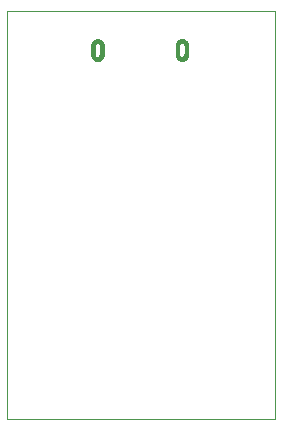
<source format=gbr>
G04 #@! TF.GenerationSoftware,KiCad,Pcbnew,(5.1.5)-3*
G04 #@! TF.CreationDate,2021-07-19T22:44:49-05:00*
G04 #@! TF.ProjectId,STM32QFN28Breakout,53544d33-3251-4464-9e32-38427265616b,rev?*
G04 #@! TF.SameCoordinates,Original*
G04 #@! TF.FileFunction,Paste,Bot*
G04 #@! TF.FilePolarity,Positive*
%FSLAX46Y46*%
G04 Gerber Fmt 4.6, Leading zero omitted, Abs format (unit mm)*
G04 Created by KiCad (PCBNEW (5.1.5)-3) date 2021-07-19 22:44:49*
%MOMM*%
%LPD*%
G04 APERTURE LIST*
%ADD10C,0.050000*%
%ADD11C,0.001000*%
%ADD12C,0.100000*%
G04 APERTURE END LIST*
D10*
X200693020Y-76370180D02*
X200693020Y-110929420D01*
X223405700Y-76377800D02*
X200693020Y-76370180D01*
X223405700Y-110975140D02*
X223405700Y-76377800D01*
X200693020Y-110929420D02*
X223405700Y-110975140D01*
D11*
G36*
X215728980Y-79700120D02*
G01*
X215728980Y-80100120D01*
X215728672Y-80111896D01*
X215727747Y-80123639D01*
X215726210Y-80135318D01*
X215724063Y-80146900D01*
X215721313Y-80158354D01*
X215717968Y-80169649D01*
X215714036Y-80180753D01*
X215709528Y-80191636D01*
X215704456Y-80202268D01*
X215698836Y-80212620D01*
X215692681Y-80222664D01*
X215686009Y-80232372D01*
X215678838Y-80241717D01*
X215671188Y-80250674D01*
X215663079Y-80259219D01*
X215654534Y-80267328D01*
X215645577Y-80274978D01*
X215636232Y-80282149D01*
X215626524Y-80288821D01*
X215616480Y-80294976D01*
X215606128Y-80300596D01*
X215595496Y-80305668D01*
X215584613Y-80310176D01*
X215573509Y-80314108D01*
X215562214Y-80317453D01*
X215550760Y-80320203D01*
X215539178Y-80322350D01*
X215527499Y-80323887D01*
X215515756Y-80324812D01*
X215503980Y-80325120D01*
X215492204Y-80324812D01*
X215480461Y-80323887D01*
X215468782Y-80322350D01*
X215457200Y-80320203D01*
X215445746Y-80317453D01*
X215434451Y-80314108D01*
X215423347Y-80310176D01*
X215412464Y-80305668D01*
X215401832Y-80300596D01*
X215391480Y-80294976D01*
X215381436Y-80288821D01*
X215371728Y-80282149D01*
X215362383Y-80274978D01*
X215353426Y-80267328D01*
X215344881Y-80259219D01*
X215336772Y-80250674D01*
X215329122Y-80241717D01*
X215321951Y-80232372D01*
X215315279Y-80222664D01*
X215309124Y-80212620D01*
X215303504Y-80202268D01*
X215298432Y-80191636D01*
X215293924Y-80180753D01*
X215289992Y-80169649D01*
X215286647Y-80158354D01*
X215283897Y-80146900D01*
X215281750Y-80135318D01*
X215280213Y-80123639D01*
X215279288Y-80111896D01*
X215278980Y-80100120D01*
X215278980Y-79700120D01*
X214978980Y-79700120D01*
X214978980Y-80055120D01*
X214978601Y-80087183D01*
X214979853Y-80115844D01*
X214982602Y-80144400D01*
X214986843Y-80172773D01*
X214992562Y-80200885D01*
X214999745Y-80228659D01*
X215008372Y-80256019D01*
X215018418Y-80282890D01*
X215029858Y-80309199D01*
X215042658Y-80334873D01*
X215056785Y-80359841D01*
X215072199Y-80384037D01*
X215088858Y-80407392D01*
X215106717Y-80429843D01*
X215125726Y-80451329D01*
X215145834Y-80471791D01*
X215166984Y-80491172D01*
X215189121Y-80509420D01*
X215212182Y-80526484D01*
X215236104Y-80542318D01*
X215260823Y-80556878D01*
X215286269Y-80570125D01*
X215312374Y-80582022D01*
X215339066Y-80592536D01*
X215366271Y-80601639D01*
X215393916Y-80609305D01*
X215421924Y-80615515D01*
X215450218Y-80620249D01*
X215478722Y-80623497D01*
X215503980Y-80625120D01*
X215531456Y-80624401D01*
X215558857Y-80622244D01*
X215586108Y-80618656D01*
X215613134Y-80613647D01*
X215639860Y-80607231D01*
X215666214Y-80599425D01*
X215692123Y-80590250D01*
X215717517Y-80579731D01*
X215742325Y-80567898D01*
X215766480Y-80554783D01*
X215789915Y-80540422D01*
X215812567Y-80524854D01*
X215834373Y-80508122D01*
X215855274Y-80490271D01*
X215875211Y-80471351D01*
X215894131Y-80451414D01*
X215911982Y-80430513D01*
X215928714Y-80408707D01*
X215944282Y-80386055D01*
X215958643Y-80362620D01*
X215971758Y-80338465D01*
X215983591Y-80313657D01*
X215994110Y-80288263D01*
X216003285Y-80262354D01*
X216011091Y-80236000D01*
X216017507Y-80209274D01*
X216022516Y-80182248D01*
X216026104Y-80154997D01*
X216028261Y-80127596D01*
X216028980Y-80100120D01*
X216028980Y-79700120D01*
X215728980Y-79700120D01*
G37*
X215728980Y-79700120D02*
X215728980Y-80100120D01*
X215728672Y-80111896D01*
X215727747Y-80123639D01*
X215726210Y-80135318D01*
X215724063Y-80146900D01*
X215721313Y-80158354D01*
X215717968Y-80169649D01*
X215714036Y-80180753D01*
X215709528Y-80191636D01*
X215704456Y-80202268D01*
X215698836Y-80212620D01*
X215692681Y-80222664D01*
X215686009Y-80232372D01*
X215678838Y-80241717D01*
X215671188Y-80250674D01*
X215663079Y-80259219D01*
X215654534Y-80267328D01*
X215645577Y-80274978D01*
X215636232Y-80282149D01*
X215626524Y-80288821D01*
X215616480Y-80294976D01*
X215606128Y-80300596D01*
X215595496Y-80305668D01*
X215584613Y-80310176D01*
X215573509Y-80314108D01*
X215562214Y-80317453D01*
X215550760Y-80320203D01*
X215539178Y-80322350D01*
X215527499Y-80323887D01*
X215515756Y-80324812D01*
X215503980Y-80325120D01*
X215492204Y-80324812D01*
X215480461Y-80323887D01*
X215468782Y-80322350D01*
X215457200Y-80320203D01*
X215445746Y-80317453D01*
X215434451Y-80314108D01*
X215423347Y-80310176D01*
X215412464Y-80305668D01*
X215401832Y-80300596D01*
X215391480Y-80294976D01*
X215381436Y-80288821D01*
X215371728Y-80282149D01*
X215362383Y-80274978D01*
X215353426Y-80267328D01*
X215344881Y-80259219D01*
X215336772Y-80250674D01*
X215329122Y-80241717D01*
X215321951Y-80232372D01*
X215315279Y-80222664D01*
X215309124Y-80212620D01*
X215303504Y-80202268D01*
X215298432Y-80191636D01*
X215293924Y-80180753D01*
X215289992Y-80169649D01*
X215286647Y-80158354D01*
X215283897Y-80146900D01*
X215281750Y-80135318D01*
X215280213Y-80123639D01*
X215279288Y-80111896D01*
X215278980Y-80100120D01*
X215278980Y-79700120D01*
X214978980Y-79700120D01*
X214978980Y-80055120D01*
X214978601Y-80087183D01*
X214979853Y-80115844D01*
X214982602Y-80144400D01*
X214986843Y-80172773D01*
X214992562Y-80200885D01*
X214999745Y-80228659D01*
X215008372Y-80256019D01*
X215018418Y-80282890D01*
X215029858Y-80309199D01*
X215042658Y-80334873D01*
X215056785Y-80359841D01*
X215072199Y-80384037D01*
X215088858Y-80407392D01*
X215106717Y-80429843D01*
X215125726Y-80451329D01*
X215145834Y-80471791D01*
X215166984Y-80491172D01*
X215189121Y-80509420D01*
X215212182Y-80526484D01*
X215236104Y-80542318D01*
X215260823Y-80556878D01*
X215286269Y-80570125D01*
X215312374Y-80582022D01*
X215339066Y-80592536D01*
X215366271Y-80601639D01*
X215393916Y-80609305D01*
X215421924Y-80615515D01*
X215450218Y-80620249D01*
X215478722Y-80623497D01*
X215503980Y-80625120D01*
X215531456Y-80624401D01*
X215558857Y-80622244D01*
X215586108Y-80618656D01*
X215613134Y-80613647D01*
X215639860Y-80607231D01*
X215666214Y-80599425D01*
X215692123Y-80590250D01*
X215717517Y-80579731D01*
X215742325Y-80567898D01*
X215766480Y-80554783D01*
X215789915Y-80540422D01*
X215812567Y-80524854D01*
X215834373Y-80508122D01*
X215855274Y-80490271D01*
X215875211Y-80471351D01*
X215894131Y-80451414D01*
X215911982Y-80430513D01*
X215928714Y-80408707D01*
X215944282Y-80386055D01*
X215958643Y-80362620D01*
X215971758Y-80338465D01*
X215983591Y-80313657D01*
X215994110Y-80288263D01*
X216003285Y-80262354D01*
X216011091Y-80236000D01*
X216017507Y-80209274D01*
X216022516Y-80182248D01*
X216026104Y-80154997D01*
X216028261Y-80127596D01*
X216028980Y-80100120D01*
X216028980Y-79700120D01*
X215728980Y-79700120D01*
G36*
X215278980Y-79700120D02*
G01*
X215278980Y-79300120D01*
X215279288Y-79288344D01*
X215280213Y-79276601D01*
X215281750Y-79264922D01*
X215283897Y-79253340D01*
X215286647Y-79241886D01*
X215289992Y-79230591D01*
X215293924Y-79219487D01*
X215298432Y-79208604D01*
X215303504Y-79197972D01*
X215309124Y-79187620D01*
X215315279Y-79177576D01*
X215321951Y-79167868D01*
X215329122Y-79158523D01*
X215336772Y-79149566D01*
X215344881Y-79141021D01*
X215353426Y-79132912D01*
X215362383Y-79125262D01*
X215371728Y-79118091D01*
X215381436Y-79111419D01*
X215391480Y-79105264D01*
X215401832Y-79099644D01*
X215412464Y-79094572D01*
X215423347Y-79090064D01*
X215434451Y-79086132D01*
X215445746Y-79082787D01*
X215457200Y-79080037D01*
X215468782Y-79077890D01*
X215480461Y-79076353D01*
X215492204Y-79075428D01*
X215503980Y-79075120D01*
X215515756Y-79075428D01*
X215527499Y-79076353D01*
X215539178Y-79077890D01*
X215550760Y-79080037D01*
X215562214Y-79082787D01*
X215573509Y-79086132D01*
X215584613Y-79090064D01*
X215595496Y-79094572D01*
X215606128Y-79099644D01*
X215616480Y-79105264D01*
X215626524Y-79111419D01*
X215636232Y-79118091D01*
X215645577Y-79125262D01*
X215654534Y-79132912D01*
X215663079Y-79141021D01*
X215671188Y-79149566D01*
X215678838Y-79158523D01*
X215686009Y-79167868D01*
X215692681Y-79177576D01*
X215698836Y-79187620D01*
X215704456Y-79197972D01*
X215709528Y-79208604D01*
X215714036Y-79219487D01*
X215717968Y-79230591D01*
X215721313Y-79241886D01*
X215724063Y-79253340D01*
X215726210Y-79264922D01*
X215727747Y-79276601D01*
X215728672Y-79288344D01*
X215728980Y-79300120D01*
X215728980Y-79700120D01*
X216028980Y-79700120D01*
X216028980Y-79345120D01*
X216029359Y-79313057D01*
X216028107Y-79284396D01*
X216025358Y-79255840D01*
X216021117Y-79227467D01*
X216015398Y-79199355D01*
X216008215Y-79171581D01*
X215999588Y-79144221D01*
X215989542Y-79117350D01*
X215978102Y-79091041D01*
X215965302Y-79065367D01*
X215951175Y-79040399D01*
X215935761Y-79016203D01*
X215919102Y-78992848D01*
X215901243Y-78970397D01*
X215882234Y-78948911D01*
X215862126Y-78928449D01*
X215840976Y-78909068D01*
X215818839Y-78890820D01*
X215795778Y-78873756D01*
X215771856Y-78857922D01*
X215747137Y-78843362D01*
X215721691Y-78830115D01*
X215695586Y-78818218D01*
X215668894Y-78807704D01*
X215641689Y-78798601D01*
X215614044Y-78790935D01*
X215586036Y-78784725D01*
X215557742Y-78779991D01*
X215529238Y-78776743D01*
X215503980Y-78775120D01*
X215476504Y-78775839D01*
X215449103Y-78777996D01*
X215421852Y-78781584D01*
X215394826Y-78786593D01*
X215368100Y-78793009D01*
X215341746Y-78800815D01*
X215315837Y-78809990D01*
X215290443Y-78820509D01*
X215265635Y-78832342D01*
X215241480Y-78845457D01*
X215218045Y-78859818D01*
X215195393Y-78875386D01*
X215173587Y-78892118D01*
X215152686Y-78909969D01*
X215132749Y-78928889D01*
X215113829Y-78948826D01*
X215095978Y-78969727D01*
X215079246Y-78991533D01*
X215063678Y-79014185D01*
X215049317Y-79037620D01*
X215036202Y-79061775D01*
X215024369Y-79086583D01*
X215013850Y-79111977D01*
X215004675Y-79137886D01*
X214996869Y-79164240D01*
X214990453Y-79190966D01*
X214985444Y-79217992D01*
X214981856Y-79245243D01*
X214979699Y-79272644D01*
X214978980Y-79300120D01*
X214978980Y-79700120D01*
X215278980Y-79700120D01*
G37*
X215278980Y-79700120D02*
X215278980Y-79300120D01*
X215279288Y-79288344D01*
X215280213Y-79276601D01*
X215281750Y-79264922D01*
X215283897Y-79253340D01*
X215286647Y-79241886D01*
X215289992Y-79230591D01*
X215293924Y-79219487D01*
X215298432Y-79208604D01*
X215303504Y-79197972D01*
X215309124Y-79187620D01*
X215315279Y-79177576D01*
X215321951Y-79167868D01*
X215329122Y-79158523D01*
X215336772Y-79149566D01*
X215344881Y-79141021D01*
X215353426Y-79132912D01*
X215362383Y-79125262D01*
X215371728Y-79118091D01*
X215381436Y-79111419D01*
X215391480Y-79105264D01*
X215401832Y-79099644D01*
X215412464Y-79094572D01*
X215423347Y-79090064D01*
X215434451Y-79086132D01*
X215445746Y-79082787D01*
X215457200Y-79080037D01*
X215468782Y-79077890D01*
X215480461Y-79076353D01*
X215492204Y-79075428D01*
X215503980Y-79075120D01*
X215515756Y-79075428D01*
X215527499Y-79076353D01*
X215539178Y-79077890D01*
X215550760Y-79080037D01*
X215562214Y-79082787D01*
X215573509Y-79086132D01*
X215584613Y-79090064D01*
X215595496Y-79094572D01*
X215606128Y-79099644D01*
X215616480Y-79105264D01*
X215626524Y-79111419D01*
X215636232Y-79118091D01*
X215645577Y-79125262D01*
X215654534Y-79132912D01*
X215663079Y-79141021D01*
X215671188Y-79149566D01*
X215678838Y-79158523D01*
X215686009Y-79167868D01*
X215692681Y-79177576D01*
X215698836Y-79187620D01*
X215704456Y-79197972D01*
X215709528Y-79208604D01*
X215714036Y-79219487D01*
X215717968Y-79230591D01*
X215721313Y-79241886D01*
X215724063Y-79253340D01*
X215726210Y-79264922D01*
X215727747Y-79276601D01*
X215728672Y-79288344D01*
X215728980Y-79300120D01*
X215728980Y-79700120D01*
X216028980Y-79700120D01*
X216028980Y-79345120D01*
X216029359Y-79313057D01*
X216028107Y-79284396D01*
X216025358Y-79255840D01*
X216021117Y-79227467D01*
X216015398Y-79199355D01*
X216008215Y-79171581D01*
X215999588Y-79144221D01*
X215989542Y-79117350D01*
X215978102Y-79091041D01*
X215965302Y-79065367D01*
X215951175Y-79040399D01*
X215935761Y-79016203D01*
X215919102Y-78992848D01*
X215901243Y-78970397D01*
X215882234Y-78948911D01*
X215862126Y-78928449D01*
X215840976Y-78909068D01*
X215818839Y-78890820D01*
X215795778Y-78873756D01*
X215771856Y-78857922D01*
X215747137Y-78843362D01*
X215721691Y-78830115D01*
X215695586Y-78818218D01*
X215668894Y-78807704D01*
X215641689Y-78798601D01*
X215614044Y-78790935D01*
X215586036Y-78784725D01*
X215557742Y-78779991D01*
X215529238Y-78776743D01*
X215503980Y-78775120D01*
X215476504Y-78775839D01*
X215449103Y-78777996D01*
X215421852Y-78781584D01*
X215394826Y-78786593D01*
X215368100Y-78793009D01*
X215341746Y-78800815D01*
X215315837Y-78809990D01*
X215290443Y-78820509D01*
X215265635Y-78832342D01*
X215241480Y-78845457D01*
X215218045Y-78859818D01*
X215195393Y-78875386D01*
X215173587Y-78892118D01*
X215152686Y-78909969D01*
X215132749Y-78928889D01*
X215113829Y-78948826D01*
X215095978Y-78969727D01*
X215079246Y-78991533D01*
X215063678Y-79014185D01*
X215049317Y-79037620D01*
X215036202Y-79061775D01*
X215024369Y-79086583D01*
X215013850Y-79111977D01*
X215004675Y-79137886D01*
X214996869Y-79164240D01*
X214990453Y-79190966D01*
X214985444Y-79217992D01*
X214981856Y-79245243D01*
X214979699Y-79272644D01*
X214978980Y-79300120D01*
X214978980Y-79700120D01*
X215278980Y-79700120D01*
D12*
X215729980Y-80101120D02*
G75*
G02X215504980Y-80326120I-225000J0D01*
G01*
X215504980Y-80326120D02*
G75*
G02X215279980Y-80102120I-500J224500D01*
G01*
X215279980Y-80102120D02*
X215279980Y-79300120D01*
X215729980Y-79300120D02*
X215729980Y-80101120D01*
X215729980Y-79300120D02*
G75*
G03X215504980Y-79075120I-225000J0D01*
G01*
X215504980Y-79075120D02*
G75*
G03X215279980Y-79300120I0J-225000D01*
G01*
D11*
G36*
X215729980Y-79700120D02*
G01*
X215729980Y-80100120D01*
X215729672Y-80111896D01*
X215728747Y-80123639D01*
X215727210Y-80135318D01*
X215725063Y-80146900D01*
X215722313Y-80158354D01*
X215718968Y-80169649D01*
X215715036Y-80180753D01*
X215710528Y-80191636D01*
X215705456Y-80202268D01*
X215699836Y-80212620D01*
X215693681Y-80222664D01*
X215687009Y-80232372D01*
X215679838Y-80241717D01*
X215672188Y-80250674D01*
X215664079Y-80259219D01*
X215655534Y-80267328D01*
X215646577Y-80274978D01*
X215637232Y-80282149D01*
X215627524Y-80288821D01*
X215617480Y-80294976D01*
X215607128Y-80300596D01*
X215596496Y-80305668D01*
X215585613Y-80310176D01*
X215574509Y-80314108D01*
X215563214Y-80317453D01*
X215551760Y-80320203D01*
X215540178Y-80322350D01*
X215528499Y-80323887D01*
X215516756Y-80324812D01*
X215504980Y-80325120D01*
X215493204Y-80324812D01*
X215481461Y-80323887D01*
X215469782Y-80322350D01*
X215458200Y-80320203D01*
X215446746Y-80317453D01*
X215435451Y-80314108D01*
X215424347Y-80310176D01*
X215413464Y-80305668D01*
X215402832Y-80300596D01*
X215392480Y-80294976D01*
X215382436Y-80288821D01*
X215372728Y-80282149D01*
X215363383Y-80274978D01*
X215354426Y-80267328D01*
X215345881Y-80259219D01*
X215337772Y-80250674D01*
X215330122Y-80241717D01*
X215322951Y-80232372D01*
X215316279Y-80222664D01*
X215310124Y-80212620D01*
X215304504Y-80202268D01*
X215299432Y-80191636D01*
X215294924Y-80180753D01*
X215290992Y-80169649D01*
X215287647Y-80158354D01*
X215284897Y-80146900D01*
X215282750Y-80135318D01*
X215281213Y-80123639D01*
X215280288Y-80111896D01*
X215279980Y-80100120D01*
X215279980Y-79700120D01*
X214979980Y-79700120D01*
X214979980Y-80050120D01*
X214979412Y-80075120D01*
X214980167Y-80103934D01*
X214982428Y-80132670D01*
X214986191Y-80161248D01*
X214991443Y-80189590D01*
X214998172Y-80217617D01*
X215006359Y-80245255D01*
X215015981Y-80272426D01*
X215027011Y-80299056D01*
X215039420Y-80325073D01*
X215053174Y-80350404D01*
X215068235Y-80374981D01*
X215084561Y-80398736D01*
X215102108Y-80421604D01*
X215120828Y-80443522D01*
X215140670Y-80464430D01*
X215161578Y-80484272D01*
X215183496Y-80502992D01*
X215206364Y-80520539D01*
X215230119Y-80536865D01*
X215254696Y-80551926D01*
X215280027Y-80565680D01*
X215306044Y-80578089D01*
X215332674Y-80589119D01*
X215359845Y-80598741D01*
X215387483Y-80606928D01*
X215415510Y-80613657D01*
X215443852Y-80618909D01*
X215472430Y-80622672D01*
X215504980Y-80625120D01*
X215532456Y-80624401D01*
X215559857Y-80622244D01*
X215587108Y-80618656D01*
X215614134Y-80613647D01*
X215640860Y-80607231D01*
X215667214Y-80599425D01*
X215693123Y-80590250D01*
X215718517Y-80579731D01*
X215743325Y-80567898D01*
X215767480Y-80554783D01*
X215790915Y-80540422D01*
X215813567Y-80524854D01*
X215835373Y-80508122D01*
X215856274Y-80490271D01*
X215876211Y-80471351D01*
X215895131Y-80451414D01*
X215912982Y-80430513D01*
X215929714Y-80408707D01*
X215945282Y-80386055D01*
X215959643Y-80362620D01*
X215972758Y-80338465D01*
X215984591Y-80313657D01*
X215995110Y-80288263D01*
X216004285Y-80262354D01*
X216012091Y-80236000D01*
X216018507Y-80209274D01*
X216023516Y-80182248D01*
X216027104Y-80154997D01*
X216029261Y-80127596D01*
X216029980Y-80100120D01*
X216029980Y-79700120D01*
X215729980Y-79700120D01*
G37*
X215729980Y-79700120D02*
X215729980Y-80100120D01*
X215729672Y-80111896D01*
X215728747Y-80123639D01*
X215727210Y-80135318D01*
X215725063Y-80146900D01*
X215722313Y-80158354D01*
X215718968Y-80169649D01*
X215715036Y-80180753D01*
X215710528Y-80191636D01*
X215705456Y-80202268D01*
X215699836Y-80212620D01*
X215693681Y-80222664D01*
X215687009Y-80232372D01*
X215679838Y-80241717D01*
X215672188Y-80250674D01*
X215664079Y-80259219D01*
X215655534Y-80267328D01*
X215646577Y-80274978D01*
X215637232Y-80282149D01*
X215627524Y-80288821D01*
X215617480Y-80294976D01*
X215607128Y-80300596D01*
X215596496Y-80305668D01*
X215585613Y-80310176D01*
X215574509Y-80314108D01*
X215563214Y-80317453D01*
X215551760Y-80320203D01*
X215540178Y-80322350D01*
X215528499Y-80323887D01*
X215516756Y-80324812D01*
X215504980Y-80325120D01*
X215493204Y-80324812D01*
X215481461Y-80323887D01*
X215469782Y-80322350D01*
X215458200Y-80320203D01*
X215446746Y-80317453D01*
X215435451Y-80314108D01*
X215424347Y-80310176D01*
X215413464Y-80305668D01*
X215402832Y-80300596D01*
X215392480Y-80294976D01*
X215382436Y-80288821D01*
X215372728Y-80282149D01*
X215363383Y-80274978D01*
X215354426Y-80267328D01*
X215345881Y-80259219D01*
X215337772Y-80250674D01*
X215330122Y-80241717D01*
X215322951Y-80232372D01*
X215316279Y-80222664D01*
X215310124Y-80212620D01*
X215304504Y-80202268D01*
X215299432Y-80191636D01*
X215294924Y-80180753D01*
X215290992Y-80169649D01*
X215287647Y-80158354D01*
X215284897Y-80146900D01*
X215282750Y-80135318D01*
X215281213Y-80123639D01*
X215280288Y-80111896D01*
X215279980Y-80100120D01*
X215279980Y-79700120D01*
X214979980Y-79700120D01*
X214979980Y-80050120D01*
X214979412Y-80075120D01*
X214980167Y-80103934D01*
X214982428Y-80132670D01*
X214986191Y-80161248D01*
X214991443Y-80189590D01*
X214998172Y-80217617D01*
X215006359Y-80245255D01*
X215015981Y-80272426D01*
X215027011Y-80299056D01*
X215039420Y-80325073D01*
X215053174Y-80350404D01*
X215068235Y-80374981D01*
X215084561Y-80398736D01*
X215102108Y-80421604D01*
X215120828Y-80443522D01*
X215140670Y-80464430D01*
X215161578Y-80484272D01*
X215183496Y-80502992D01*
X215206364Y-80520539D01*
X215230119Y-80536865D01*
X215254696Y-80551926D01*
X215280027Y-80565680D01*
X215306044Y-80578089D01*
X215332674Y-80589119D01*
X215359845Y-80598741D01*
X215387483Y-80606928D01*
X215415510Y-80613657D01*
X215443852Y-80618909D01*
X215472430Y-80622672D01*
X215504980Y-80625120D01*
X215532456Y-80624401D01*
X215559857Y-80622244D01*
X215587108Y-80618656D01*
X215614134Y-80613647D01*
X215640860Y-80607231D01*
X215667214Y-80599425D01*
X215693123Y-80590250D01*
X215718517Y-80579731D01*
X215743325Y-80567898D01*
X215767480Y-80554783D01*
X215790915Y-80540422D01*
X215813567Y-80524854D01*
X215835373Y-80508122D01*
X215856274Y-80490271D01*
X215876211Y-80471351D01*
X215895131Y-80451414D01*
X215912982Y-80430513D01*
X215929714Y-80408707D01*
X215945282Y-80386055D01*
X215959643Y-80362620D01*
X215972758Y-80338465D01*
X215984591Y-80313657D01*
X215995110Y-80288263D01*
X216004285Y-80262354D01*
X216012091Y-80236000D01*
X216018507Y-80209274D01*
X216023516Y-80182248D01*
X216027104Y-80154997D01*
X216029261Y-80127596D01*
X216029980Y-80100120D01*
X216029980Y-79700120D01*
X215729980Y-79700120D01*
G36*
X215279980Y-79700120D02*
G01*
X215279980Y-79300120D01*
X215280288Y-79288344D01*
X215281213Y-79276601D01*
X215282750Y-79264922D01*
X215284897Y-79253340D01*
X215287647Y-79241886D01*
X215290992Y-79230591D01*
X215294924Y-79219487D01*
X215299432Y-79208604D01*
X215304504Y-79197972D01*
X215310124Y-79187620D01*
X215316279Y-79177576D01*
X215322951Y-79167868D01*
X215330122Y-79158523D01*
X215337772Y-79149566D01*
X215345881Y-79141021D01*
X215354426Y-79132912D01*
X215363383Y-79125262D01*
X215372728Y-79118091D01*
X215382436Y-79111419D01*
X215392480Y-79105264D01*
X215402832Y-79099644D01*
X215413464Y-79094572D01*
X215424347Y-79090064D01*
X215435451Y-79086132D01*
X215446746Y-79082787D01*
X215458200Y-79080037D01*
X215469782Y-79077890D01*
X215481461Y-79076353D01*
X215493204Y-79075428D01*
X215504980Y-79075120D01*
X215516756Y-79075428D01*
X215528499Y-79076353D01*
X215540178Y-79077890D01*
X215551760Y-79080037D01*
X215563214Y-79082787D01*
X215574509Y-79086132D01*
X215585613Y-79090064D01*
X215596496Y-79094572D01*
X215607128Y-79099644D01*
X215617480Y-79105264D01*
X215627524Y-79111419D01*
X215637232Y-79118091D01*
X215646577Y-79125262D01*
X215655534Y-79132912D01*
X215664079Y-79141021D01*
X215672188Y-79149566D01*
X215679838Y-79158523D01*
X215687009Y-79167868D01*
X215693681Y-79177576D01*
X215699836Y-79187620D01*
X215705456Y-79197972D01*
X215710528Y-79208604D01*
X215715036Y-79219487D01*
X215718968Y-79230591D01*
X215722313Y-79241886D01*
X215725063Y-79253340D01*
X215727210Y-79264922D01*
X215728747Y-79276601D01*
X215729672Y-79288344D01*
X215729980Y-79300120D01*
X215729980Y-79700120D01*
X216029980Y-79700120D01*
X216029980Y-79350120D01*
X216030548Y-79325120D01*
X216029793Y-79296306D01*
X216027532Y-79267570D01*
X216023769Y-79238992D01*
X216018517Y-79210650D01*
X216011788Y-79182623D01*
X216003601Y-79154985D01*
X215993979Y-79127814D01*
X215982949Y-79101184D01*
X215970540Y-79075167D01*
X215956786Y-79049836D01*
X215941725Y-79025259D01*
X215925399Y-79001504D01*
X215907852Y-78978636D01*
X215889132Y-78956718D01*
X215869290Y-78935810D01*
X215848382Y-78915968D01*
X215826464Y-78897248D01*
X215803596Y-78879701D01*
X215779841Y-78863375D01*
X215755264Y-78848314D01*
X215729933Y-78834560D01*
X215703916Y-78822151D01*
X215677286Y-78811121D01*
X215650115Y-78801499D01*
X215622477Y-78793312D01*
X215594450Y-78786583D01*
X215566108Y-78781331D01*
X215537530Y-78777568D01*
X215504980Y-78775120D01*
X215477504Y-78775839D01*
X215450103Y-78777996D01*
X215422852Y-78781584D01*
X215395826Y-78786593D01*
X215369100Y-78793009D01*
X215342746Y-78800815D01*
X215316837Y-78809990D01*
X215291443Y-78820509D01*
X215266635Y-78832342D01*
X215242480Y-78845457D01*
X215219045Y-78859818D01*
X215196393Y-78875386D01*
X215174587Y-78892118D01*
X215153686Y-78909969D01*
X215133749Y-78928889D01*
X215114829Y-78948826D01*
X215096978Y-78969727D01*
X215080246Y-78991533D01*
X215064678Y-79014185D01*
X215050317Y-79037620D01*
X215037202Y-79061775D01*
X215025369Y-79086583D01*
X215014850Y-79111977D01*
X215005675Y-79137886D01*
X214997869Y-79164240D01*
X214991453Y-79190966D01*
X214986444Y-79217992D01*
X214982856Y-79245243D01*
X214980699Y-79272644D01*
X214979980Y-79300120D01*
X214979980Y-79700120D01*
X215279980Y-79700120D01*
G37*
X215279980Y-79700120D02*
X215279980Y-79300120D01*
X215280288Y-79288344D01*
X215281213Y-79276601D01*
X215282750Y-79264922D01*
X215284897Y-79253340D01*
X215287647Y-79241886D01*
X215290992Y-79230591D01*
X215294924Y-79219487D01*
X215299432Y-79208604D01*
X215304504Y-79197972D01*
X215310124Y-79187620D01*
X215316279Y-79177576D01*
X215322951Y-79167868D01*
X215330122Y-79158523D01*
X215337772Y-79149566D01*
X215345881Y-79141021D01*
X215354426Y-79132912D01*
X215363383Y-79125262D01*
X215372728Y-79118091D01*
X215382436Y-79111419D01*
X215392480Y-79105264D01*
X215402832Y-79099644D01*
X215413464Y-79094572D01*
X215424347Y-79090064D01*
X215435451Y-79086132D01*
X215446746Y-79082787D01*
X215458200Y-79080037D01*
X215469782Y-79077890D01*
X215481461Y-79076353D01*
X215493204Y-79075428D01*
X215504980Y-79075120D01*
X215516756Y-79075428D01*
X215528499Y-79076353D01*
X215540178Y-79077890D01*
X215551760Y-79080037D01*
X215563214Y-79082787D01*
X215574509Y-79086132D01*
X215585613Y-79090064D01*
X215596496Y-79094572D01*
X215607128Y-79099644D01*
X215617480Y-79105264D01*
X215627524Y-79111419D01*
X215637232Y-79118091D01*
X215646577Y-79125262D01*
X215655534Y-79132912D01*
X215664079Y-79141021D01*
X215672188Y-79149566D01*
X215679838Y-79158523D01*
X215687009Y-79167868D01*
X215693681Y-79177576D01*
X215699836Y-79187620D01*
X215705456Y-79197972D01*
X215710528Y-79208604D01*
X215715036Y-79219487D01*
X215718968Y-79230591D01*
X215722313Y-79241886D01*
X215725063Y-79253340D01*
X215727210Y-79264922D01*
X215728747Y-79276601D01*
X215729672Y-79288344D01*
X215729980Y-79300120D01*
X215729980Y-79700120D01*
X216029980Y-79700120D01*
X216029980Y-79350120D01*
X216030548Y-79325120D01*
X216029793Y-79296306D01*
X216027532Y-79267570D01*
X216023769Y-79238992D01*
X216018517Y-79210650D01*
X216011788Y-79182623D01*
X216003601Y-79154985D01*
X215993979Y-79127814D01*
X215982949Y-79101184D01*
X215970540Y-79075167D01*
X215956786Y-79049836D01*
X215941725Y-79025259D01*
X215925399Y-79001504D01*
X215907852Y-78978636D01*
X215889132Y-78956718D01*
X215869290Y-78935810D01*
X215848382Y-78915968D01*
X215826464Y-78897248D01*
X215803596Y-78879701D01*
X215779841Y-78863375D01*
X215755264Y-78848314D01*
X215729933Y-78834560D01*
X215703916Y-78822151D01*
X215677286Y-78811121D01*
X215650115Y-78801499D01*
X215622477Y-78793312D01*
X215594450Y-78786583D01*
X215566108Y-78781331D01*
X215537530Y-78777568D01*
X215504980Y-78775120D01*
X215477504Y-78775839D01*
X215450103Y-78777996D01*
X215422852Y-78781584D01*
X215395826Y-78786593D01*
X215369100Y-78793009D01*
X215342746Y-78800815D01*
X215316837Y-78809990D01*
X215291443Y-78820509D01*
X215266635Y-78832342D01*
X215242480Y-78845457D01*
X215219045Y-78859818D01*
X215196393Y-78875386D01*
X215174587Y-78892118D01*
X215153686Y-78909969D01*
X215133749Y-78928889D01*
X215114829Y-78948826D01*
X215096978Y-78969727D01*
X215080246Y-78991533D01*
X215064678Y-79014185D01*
X215050317Y-79037620D01*
X215037202Y-79061775D01*
X215025369Y-79086583D01*
X215014850Y-79111977D01*
X215005675Y-79137886D01*
X214997869Y-79164240D01*
X214991453Y-79190966D01*
X214986444Y-79217992D01*
X214982856Y-79245243D01*
X214980699Y-79272644D01*
X214979980Y-79300120D01*
X214979980Y-79700120D01*
X215279980Y-79700120D01*
G36*
X208578980Y-79700120D02*
G01*
X208578980Y-80100120D01*
X208578672Y-80111896D01*
X208577747Y-80123639D01*
X208576210Y-80135318D01*
X208574063Y-80146900D01*
X208571313Y-80158354D01*
X208567968Y-80169649D01*
X208564036Y-80180753D01*
X208559528Y-80191636D01*
X208554456Y-80202268D01*
X208548836Y-80212620D01*
X208542681Y-80222664D01*
X208536009Y-80232372D01*
X208528838Y-80241717D01*
X208521188Y-80250674D01*
X208513079Y-80259219D01*
X208504534Y-80267328D01*
X208495577Y-80274978D01*
X208486232Y-80282149D01*
X208476524Y-80288821D01*
X208466480Y-80294976D01*
X208456128Y-80300596D01*
X208445496Y-80305668D01*
X208434613Y-80310176D01*
X208423509Y-80314108D01*
X208412214Y-80317453D01*
X208400760Y-80320203D01*
X208389178Y-80322350D01*
X208377499Y-80323887D01*
X208365756Y-80324812D01*
X208353980Y-80325120D01*
X208342204Y-80324812D01*
X208330461Y-80323887D01*
X208318782Y-80322350D01*
X208307200Y-80320203D01*
X208295746Y-80317453D01*
X208284451Y-80314108D01*
X208273347Y-80310176D01*
X208262464Y-80305668D01*
X208251832Y-80300596D01*
X208241480Y-80294976D01*
X208231436Y-80288821D01*
X208221728Y-80282149D01*
X208212383Y-80274978D01*
X208203426Y-80267328D01*
X208194881Y-80259219D01*
X208186772Y-80250674D01*
X208179122Y-80241717D01*
X208171951Y-80232372D01*
X208165279Y-80222664D01*
X208159124Y-80212620D01*
X208153504Y-80202268D01*
X208148432Y-80191636D01*
X208143924Y-80180753D01*
X208139992Y-80169649D01*
X208136647Y-80158354D01*
X208133897Y-80146900D01*
X208131750Y-80135318D01*
X208130213Y-80123639D01*
X208129288Y-80111896D01*
X208128980Y-80100120D01*
X208128980Y-79700120D01*
X207828980Y-79700120D01*
X207828980Y-80055120D01*
X207828601Y-80087183D01*
X207829853Y-80115844D01*
X207832602Y-80144400D01*
X207836843Y-80172773D01*
X207842562Y-80200885D01*
X207849745Y-80228659D01*
X207858372Y-80256019D01*
X207868418Y-80282890D01*
X207879858Y-80309199D01*
X207892658Y-80334873D01*
X207906785Y-80359841D01*
X207922199Y-80384037D01*
X207938858Y-80407392D01*
X207956717Y-80429843D01*
X207975726Y-80451329D01*
X207995834Y-80471791D01*
X208016984Y-80491172D01*
X208039121Y-80509420D01*
X208062182Y-80526484D01*
X208086104Y-80542318D01*
X208110823Y-80556878D01*
X208136269Y-80570125D01*
X208162374Y-80582022D01*
X208189066Y-80592536D01*
X208216271Y-80601639D01*
X208243916Y-80609305D01*
X208271924Y-80615515D01*
X208300218Y-80620249D01*
X208328722Y-80623497D01*
X208353980Y-80625120D01*
X208381456Y-80624401D01*
X208408857Y-80622244D01*
X208436108Y-80618656D01*
X208463134Y-80613647D01*
X208489860Y-80607231D01*
X208516214Y-80599425D01*
X208542123Y-80590250D01*
X208567517Y-80579731D01*
X208592325Y-80567898D01*
X208616480Y-80554783D01*
X208639915Y-80540422D01*
X208662567Y-80524854D01*
X208684373Y-80508122D01*
X208705274Y-80490271D01*
X208725211Y-80471351D01*
X208744131Y-80451414D01*
X208761982Y-80430513D01*
X208778714Y-80408707D01*
X208794282Y-80386055D01*
X208808643Y-80362620D01*
X208821758Y-80338465D01*
X208833591Y-80313657D01*
X208844110Y-80288263D01*
X208853285Y-80262354D01*
X208861091Y-80236000D01*
X208867507Y-80209274D01*
X208872516Y-80182248D01*
X208876104Y-80154997D01*
X208878261Y-80127596D01*
X208878980Y-80100120D01*
X208878980Y-79700120D01*
X208578980Y-79700120D01*
G37*
X208578980Y-79700120D02*
X208578980Y-80100120D01*
X208578672Y-80111896D01*
X208577747Y-80123639D01*
X208576210Y-80135318D01*
X208574063Y-80146900D01*
X208571313Y-80158354D01*
X208567968Y-80169649D01*
X208564036Y-80180753D01*
X208559528Y-80191636D01*
X208554456Y-80202268D01*
X208548836Y-80212620D01*
X208542681Y-80222664D01*
X208536009Y-80232372D01*
X208528838Y-80241717D01*
X208521188Y-80250674D01*
X208513079Y-80259219D01*
X208504534Y-80267328D01*
X208495577Y-80274978D01*
X208486232Y-80282149D01*
X208476524Y-80288821D01*
X208466480Y-80294976D01*
X208456128Y-80300596D01*
X208445496Y-80305668D01*
X208434613Y-80310176D01*
X208423509Y-80314108D01*
X208412214Y-80317453D01*
X208400760Y-80320203D01*
X208389178Y-80322350D01*
X208377499Y-80323887D01*
X208365756Y-80324812D01*
X208353980Y-80325120D01*
X208342204Y-80324812D01*
X208330461Y-80323887D01*
X208318782Y-80322350D01*
X208307200Y-80320203D01*
X208295746Y-80317453D01*
X208284451Y-80314108D01*
X208273347Y-80310176D01*
X208262464Y-80305668D01*
X208251832Y-80300596D01*
X208241480Y-80294976D01*
X208231436Y-80288821D01*
X208221728Y-80282149D01*
X208212383Y-80274978D01*
X208203426Y-80267328D01*
X208194881Y-80259219D01*
X208186772Y-80250674D01*
X208179122Y-80241717D01*
X208171951Y-80232372D01*
X208165279Y-80222664D01*
X208159124Y-80212620D01*
X208153504Y-80202268D01*
X208148432Y-80191636D01*
X208143924Y-80180753D01*
X208139992Y-80169649D01*
X208136647Y-80158354D01*
X208133897Y-80146900D01*
X208131750Y-80135318D01*
X208130213Y-80123639D01*
X208129288Y-80111896D01*
X208128980Y-80100120D01*
X208128980Y-79700120D01*
X207828980Y-79700120D01*
X207828980Y-80055120D01*
X207828601Y-80087183D01*
X207829853Y-80115844D01*
X207832602Y-80144400D01*
X207836843Y-80172773D01*
X207842562Y-80200885D01*
X207849745Y-80228659D01*
X207858372Y-80256019D01*
X207868418Y-80282890D01*
X207879858Y-80309199D01*
X207892658Y-80334873D01*
X207906785Y-80359841D01*
X207922199Y-80384037D01*
X207938858Y-80407392D01*
X207956717Y-80429843D01*
X207975726Y-80451329D01*
X207995834Y-80471791D01*
X208016984Y-80491172D01*
X208039121Y-80509420D01*
X208062182Y-80526484D01*
X208086104Y-80542318D01*
X208110823Y-80556878D01*
X208136269Y-80570125D01*
X208162374Y-80582022D01*
X208189066Y-80592536D01*
X208216271Y-80601639D01*
X208243916Y-80609305D01*
X208271924Y-80615515D01*
X208300218Y-80620249D01*
X208328722Y-80623497D01*
X208353980Y-80625120D01*
X208381456Y-80624401D01*
X208408857Y-80622244D01*
X208436108Y-80618656D01*
X208463134Y-80613647D01*
X208489860Y-80607231D01*
X208516214Y-80599425D01*
X208542123Y-80590250D01*
X208567517Y-80579731D01*
X208592325Y-80567898D01*
X208616480Y-80554783D01*
X208639915Y-80540422D01*
X208662567Y-80524854D01*
X208684373Y-80508122D01*
X208705274Y-80490271D01*
X208725211Y-80471351D01*
X208744131Y-80451414D01*
X208761982Y-80430513D01*
X208778714Y-80408707D01*
X208794282Y-80386055D01*
X208808643Y-80362620D01*
X208821758Y-80338465D01*
X208833591Y-80313657D01*
X208844110Y-80288263D01*
X208853285Y-80262354D01*
X208861091Y-80236000D01*
X208867507Y-80209274D01*
X208872516Y-80182248D01*
X208876104Y-80154997D01*
X208878261Y-80127596D01*
X208878980Y-80100120D01*
X208878980Y-79700120D01*
X208578980Y-79700120D01*
G36*
X208128980Y-79700120D02*
G01*
X208128980Y-79300120D01*
X208129288Y-79288344D01*
X208130213Y-79276601D01*
X208131750Y-79264922D01*
X208133897Y-79253340D01*
X208136647Y-79241886D01*
X208139992Y-79230591D01*
X208143924Y-79219487D01*
X208148432Y-79208604D01*
X208153504Y-79197972D01*
X208159124Y-79187620D01*
X208165279Y-79177576D01*
X208171951Y-79167868D01*
X208179122Y-79158523D01*
X208186772Y-79149566D01*
X208194881Y-79141021D01*
X208203426Y-79132912D01*
X208212383Y-79125262D01*
X208221728Y-79118091D01*
X208231436Y-79111419D01*
X208241480Y-79105264D01*
X208251832Y-79099644D01*
X208262464Y-79094572D01*
X208273347Y-79090064D01*
X208284451Y-79086132D01*
X208295746Y-79082787D01*
X208307200Y-79080037D01*
X208318782Y-79077890D01*
X208330461Y-79076353D01*
X208342204Y-79075428D01*
X208353980Y-79075120D01*
X208365756Y-79075428D01*
X208377499Y-79076353D01*
X208389178Y-79077890D01*
X208400760Y-79080037D01*
X208412214Y-79082787D01*
X208423509Y-79086132D01*
X208434613Y-79090064D01*
X208445496Y-79094572D01*
X208456128Y-79099644D01*
X208466480Y-79105264D01*
X208476524Y-79111419D01*
X208486232Y-79118091D01*
X208495577Y-79125262D01*
X208504534Y-79132912D01*
X208513079Y-79141021D01*
X208521188Y-79149566D01*
X208528838Y-79158523D01*
X208536009Y-79167868D01*
X208542681Y-79177576D01*
X208548836Y-79187620D01*
X208554456Y-79197972D01*
X208559528Y-79208604D01*
X208564036Y-79219487D01*
X208567968Y-79230591D01*
X208571313Y-79241886D01*
X208574063Y-79253340D01*
X208576210Y-79264922D01*
X208577747Y-79276601D01*
X208578672Y-79288344D01*
X208578980Y-79300120D01*
X208578980Y-79700120D01*
X208878980Y-79700120D01*
X208878980Y-79345120D01*
X208879359Y-79313057D01*
X208878107Y-79284396D01*
X208875358Y-79255840D01*
X208871117Y-79227467D01*
X208865398Y-79199355D01*
X208858215Y-79171581D01*
X208849588Y-79144221D01*
X208839542Y-79117350D01*
X208828102Y-79091041D01*
X208815302Y-79065367D01*
X208801175Y-79040399D01*
X208785761Y-79016203D01*
X208769102Y-78992848D01*
X208751243Y-78970397D01*
X208732234Y-78948911D01*
X208712126Y-78928449D01*
X208690976Y-78909068D01*
X208668839Y-78890820D01*
X208645778Y-78873756D01*
X208621856Y-78857922D01*
X208597137Y-78843362D01*
X208571691Y-78830115D01*
X208545586Y-78818218D01*
X208518894Y-78807704D01*
X208491689Y-78798601D01*
X208464044Y-78790935D01*
X208436036Y-78784725D01*
X208407742Y-78779991D01*
X208379238Y-78776743D01*
X208353980Y-78775120D01*
X208326504Y-78775839D01*
X208299103Y-78777996D01*
X208271852Y-78781584D01*
X208244826Y-78786593D01*
X208218100Y-78793009D01*
X208191746Y-78800815D01*
X208165837Y-78809990D01*
X208140443Y-78820509D01*
X208115635Y-78832342D01*
X208091480Y-78845457D01*
X208068045Y-78859818D01*
X208045393Y-78875386D01*
X208023587Y-78892118D01*
X208002686Y-78909969D01*
X207982749Y-78928889D01*
X207963829Y-78948826D01*
X207945978Y-78969727D01*
X207929246Y-78991533D01*
X207913678Y-79014185D01*
X207899317Y-79037620D01*
X207886202Y-79061775D01*
X207874369Y-79086583D01*
X207863850Y-79111977D01*
X207854675Y-79137886D01*
X207846869Y-79164240D01*
X207840453Y-79190966D01*
X207835444Y-79217992D01*
X207831856Y-79245243D01*
X207829699Y-79272644D01*
X207828980Y-79300120D01*
X207828980Y-79700120D01*
X208128980Y-79700120D01*
G37*
X208128980Y-79700120D02*
X208128980Y-79300120D01*
X208129288Y-79288344D01*
X208130213Y-79276601D01*
X208131750Y-79264922D01*
X208133897Y-79253340D01*
X208136647Y-79241886D01*
X208139992Y-79230591D01*
X208143924Y-79219487D01*
X208148432Y-79208604D01*
X208153504Y-79197972D01*
X208159124Y-79187620D01*
X208165279Y-79177576D01*
X208171951Y-79167868D01*
X208179122Y-79158523D01*
X208186772Y-79149566D01*
X208194881Y-79141021D01*
X208203426Y-79132912D01*
X208212383Y-79125262D01*
X208221728Y-79118091D01*
X208231436Y-79111419D01*
X208241480Y-79105264D01*
X208251832Y-79099644D01*
X208262464Y-79094572D01*
X208273347Y-79090064D01*
X208284451Y-79086132D01*
X208295746Y-79082787D01*
X208307200Y-79080037D01*
X208318782Y-79077890D01*
X208330461Y-79076353D01*
X208342204Y-79075428D01*
X208353980Y-79075120D01*
X208365756Y-79075428D01*
X208377499Y-79076353D01*
X208389178Y-79077890D01*
X208400760Y-79080037D01*
X208412214Y-79082787D01*
X208423509Y-79086132D01*
X208434613Y-79090064D01*
X208445496Y-79094572D01*
X208456128Y-79099644D01*
X208466480Y-79105264D01*
X208476524Y-79111419D01*
X208486232Y-79118091D01*
X208495577Y-79125262D01*
X208504534Y-79132912D01*
X208513079Y-79141021D01*
X208521188Y-79149566D01*
X208528838Y-79158523D01*
X208536009Y-79167868D01*
X208542681Y-79177576D01*
X208548836Y-79187620D01*
X208554456Y-79197972D01*
X208559528Y-79208604D01*
X208564036Y-79219487D01*
X208567968Y-79230591D01*
X208571313Y-79241886D01*
X208574063Y-79253340D01*
X208576210Y-79264922D01*
X208577747Y-79276601D01*
X208578672Y-79288344D01*
X208578980Y-79300120D01*
X208578980Y-79700120D01*
X208878980Y-79700120D01*
X208878980Y-79345120D01*
X208879359Y-79313057D01*
X208878107Y-79284396D01*
X208875358Y-79255840D01*
X208871117Y-79227467D01*
X208865398Y-79199355D01*
X208858215Y-79171581D01*
X208849588Y-79144221D01*
X208839542Y-79117350D01*
X208828102Y-79091041D01*
X208815302Y-79065367D01*
X208801175Y-79040399D01*
X208785761Y-79016203D01*
X208769102Y-78992848D01*
X208751243Y-78970397D01*
X208732234Y-78948911D01*
X208712126Y-78928449D01*
X208690976Y-78909068D01*
X208668839Y-78890820D01*
X208645778Y-78873756D01*
X208621856Y-78857922D01*
X208597137Y-78843362D01*
X208571691Y-78830115D01*
X208545586Y-78818218D01*
X208518894Y-78807704D01*
X208491689Y-78798601D01*
X208464044Y-78790935D01*
X208436036Y-78784725D01*
X208407742Y-78779991D01*
X208379238Y-78776743D01*
X208353980Y-78775120D01*
X208326504Y-78775839D01*
X208299103Y-78777996D01*
X208271852Y-78781584D01*
X208244826Y-78786593D01*
X208218100Y-78793009D01*
X208191746Y-78800815D01*
X208165837Y-78809990D01*
X208140443Y-78820509D01*
X208115635Y-78832342D01*
X208091480Y-78845457D01*
X208068045Y-78859818D01*
X208045393Y-78875386D01*
X208023587Y-78892118D01*
X208002686Y-78909969D01*
X207982749Y-78928889D01*
X207963829Y-78948826D01*
X207945978Y-78969727D01*
X207929246Y-78991533D01*
X207913678Y-79014185D01*
X207899317Y-79037620D01*
X207886202Y-79061775D01*
X207874369Y-79086583D01*
X207863850Y-79111977D01*
X207854675Y-79137886D01*
X207846869Y-79164240D01*
X207840453Y-79190966D01*
X207835444Y-79217992D01*
X207831856Y-79245243D01*
X207829699Y-79272644D01*
X207828980Y-79300120D01*
X207828980Y-79700120D01*
X208128980Y-79700120D01*
D12*
X208579980Y-80101120D02*
G75*
G02X208354980Y-80326120I-225000J0D01*
G01*
X208354980Y-80326120D02*
G75*
G02X208129980Y-80102120I-500J224500D01*
G01*
X208129980Y-80102120D02*
X208129980Y-79300120D01*
X208579980Y-79300120D02*
X208579980Y-80101120D01*
X208579980Y-79300120D02*
G75*
G03X208354980Y-79075120I-225000J0D01*
G01*
X208354980Y-79075120D02*
G75*
G03X208129980Y-79300120I0J-225000D01*
G01*
D11*
G36*
X208579980Y-79700120D02*
G01*
X208579980Y-80100120D01*
X208579672Y-80111896D01*
X208578747Y-80123639D01*
X208577210Y-80135318D01*
X208575063Y-80146900D01*
X208572313Y-80158354D01*
X208568968Y-80169649D01*
X208565036Y-80180753D01*
X208560528Y-80191636D01*
X208555456Y-80202268D01*
X208549836Y-80212620D01*
X208543681Y-80222664D01*
X208537009Y-80232372D01*
X208529838Y-80241717D01*
X208522188Y-80250674D01*
X208514079Y-80259219D01*
X208505534Y-80267328D01*
X208496577Y-80274978D01*
X208487232Y-80282149D01*
X208477524Y-80288821D01*
X208467480Y-80294976D01*
X208457128Y-80300596D01*
X208446496Y-80305668D01*
X208435613Y-80310176D01*
X208424509Y-80314108D01*
X208413214Y-80317453D01*
X208401760Y-80320203D01*
X208390178Y-80322350D01*
X208378499Y-80323887D01*
X208366756Y-80324812D01*
X208354980Y-80325120D01*
X208343204Y-80324812D01*
X208331461Y-80323887D01*
X208319782Y-80322350D01*
X208308200Y-80320203D01*
X208296746Y-80317453D01*
X208285451Y-80314108D01*
X208274347Y-80310176D01*
X208263464Y-80305668D01*
X208252832Y-80300596D01*
X208242480Y-80294976D01*
X208232436Y-80288821D01*
X208222728Y-80282149D01*
X208213383Y-80274978D01*
X208204426Y-80267328D01*
X208195881Y-80259219D01*
X208187772Y-80250674D01*
X208180122Y-80241717D01*
X208172951Y-80232372D01*
X208166279Y-80222664D01*
X208160124Y-80212620D01*
X208154504Y-80202268D01*
X208149432Y-80191636D01*
X208144924Y-80180753D01*
X208140992Y-80169649D01*
X208137647Y-80158354D01*
X208134897Y-80146900D01*
X208132750Y-80135318D01*
X208131213Y-80123639D01*
X208130288Y-80111896D01*
X208129980Y-80100120D01*
X208129980Y-79700120D01*
X207829980Y-79700120D01*
X207829980Y-80050120D01*
X207829412Y-80075120D01*
X207830167Y-80103934D01*
X207832428Y-80132670D01*
X207836191Y-80161248D01*
X207841443Y-80189590D01*
X207848172Y-80217617D01*
X207856359Y-80245255D01*
X207865981Y-80272426D01*
X207877011Y-80299056D01*
X207889420Y-80325073D01*
X207903174Y-80350404D01*
X207918235Y-80374981D01*
X207934561Y-80398736D01*
X207952108Y-80421604D01*
X207970828Y-80443522D01*
X207990670Y-80464430D01*
X208011578Y-80484272D01*
X208033496Y-80502992D01*
X208056364Y-80520539D01*
X208080119Y-80536865D01*
X208104696Y-80551926D01*
X208130027Y-80565680D01*
X208156044Y-80578089D01*
X208182674Y-80589119D01*
X208209845Y-80598741D01*
X208237483Y-80606928D01*
X208265510Y-80613657D01*
X208293852Y-80618909D01*
X208322430Y-80622672D01*
X208354980Y-80625120D01*
X208382456Y-80624401D01*
X208409857Y-80622244D01*
X208437108Y-80618656D01*
X208464134Y-80613647D01*
X208490860Y-80607231D01*
X208517214Y-80599425D01*
X208543123Y-80590250D01*
X208568517Y-80579731D01*
X208593325Y-80567898D01*
X208617480Y-80554783D01*
X208640915Y-80540422D01*
X208663567Y-80524854D01*
X208685373Y-80508122D01*
X208706274Y-80490271D01*
X208726211Y-80471351D01*
X208745131Y-80451414D01*
X208762982Y-80430513D01*
X208779714Y-80408707D01*
X208795282Y-80386055D01*
X208809643Y-80362620D01*
X208822758Y-80338465D01*
X208834591Y-80313657D01*
X208845110Y-80288263D01*
X208854285Y-80262354D01*
X208862091Y-80236000D01*
X208868507Y-80209274D01*
X208873516Y-80182248D01*
X208877104Y-80154997D01*
X208879261Y-80127596D01*
X208879980Y-80100120D01*
X208879980Y-79700120D01*
X208579980Y-79700120D01*
G37*
X208579980Y-79700120D02*
X208579980Y-80100120D01*
X208579672Y-80111896D01*
X208578747Y-80123639D01*
X208577210Y-80135318D01*
X208575063Y-80146900D01*
X208572313Y-80158354D01*
X208568968Y-80169649D01*
X208565036Y-80180753D01*
X208560528Y-80191636D01*
X208555456Y-80202268D01*
X208549836Y-80212620D01*
X208543681Y-80222664D01*
X208537009Y-80232372D01*
X208529838Y-80241717D01*
X208522188Y-80250674D01*
X208514079Y-80259219D01*
X208505534Y-80267328D01*
X208496577Y-80274978D01*
X208487232Y-80282149D01*
X208477524Y-80288821D01*
X208467480Y-80294976D01*
X208457128Y-80300596D01*
X208446496Y-80305668D01*
X208435613Y-80310176D01*
X208424509Y-80314108D01*
X208413214Y-80317453D01*
X208401760Y-80320203D01*
X208390178Y-80322350D01*
X208378499Y-80323887D01*
X208366756Y-80324812D01*
X208354980Y-80325120D01*
X208343204Y-80324812D01*
X208331461Y-80323887D01*
X208319782Y-80322350D01*
X208308200Y-80320203D01*
X208296746Y-80317453D01*
X208285451Y-80314108D01*
X208274347Y-80310176D01*
X208263464Y-80305668D01*
X208252832Y-80300596D01*
X208242480Y-80294976D01*
X208232436Y-80288821D01*
X208222728Y-80282149D01*
X208213383Y-80274978D01*
X208204426Y-80267328D01*
X208195881Y-80259219D01*
X208187772Y-80250674D01*
X208180122Y-80241717D01*
X208172951Y-80232372D01*
X208166279Y-80222664D01*
X208160124Y-80212620D01*
X208154504Y-80202268D01*
X208149432Y-80191636D01*
X208144924Y-80180753D01*
X208140992Y-80169649D01*
X208137647Y-80158354D01*
X208134897Y-80146900D01*
X208132750Y-80135318D01*
X208131213Y-80123639D01*
X208130288Y-80111896D01*
X208129980Y-80100120D01*
X208129980Y-79700120D01*
X207829980Y-79700120D01*
X207829980Y-80050120D01*
X207829412Y-80075120D01*
X207830167Y-80103934D01*
X207832428Y-80132670D01*
X207836191Y-80161248D01*
X207841443Y-80189590D01*
X207848172Y-80217617D01*
X207856359Y-80245255D01*
X207865981Y-80272426D01*
X207877011Y-80299056D01*
X207889420Y-80325073D01*
X207903174Y-80350404D01*
X207918235Y-80374981D01*
X207934561Y-80398736D01*
X207952108Y-80421604D01*
X207970828Y-80443522D01*
X207990670Y-80464430D01*
X208011578Y-80484272D01*
X208033496Y-80502992D01*
X208056364Y-80520539D01*
X208080119Y-80536865D01*
X208104696Y-80551926D01*
X208130027Y-80565680D01*
X208156044Y-80578089D01*
X208182674Y-80589119D01*
X208209845Y-80598741D01*
X208237483Y-80606928D01*
X208265510Y-80613657D01*
X208293852Y-80618909D01*
X208322430Y-80622672D01*
X208354980Y-80625120D01*
X208382456Y-80624401D01*
X208409857Y-80622244D01*
X208437108Y-80618656D01*
X208464134Y-80613647D01*
X208490860Y-80607231D01*
X208517214Y-80599425D01*
X208543123Y-80590250D01*
X208568517Y-80579731D01*
X208593325Y-80567898D01*
X208617480Y-80554783D01*
X208640915Y-80540422D01*
X208663567Y-80524854D01*
X208685373Y-80508122D01*
X208706274Y-80490271D01*
X208726211Y-80471351D01*
X208745131Y-80451414D01*
X208762982Y-80430513D01*
X208779714Y-80408707D01*
X208795282Y-80386055D01*
X208809643Y-80362620D01*
X208822758Y-80338465D01*
X208834591Y-80313657D01*
X208845110Y-80288263D01*
X208854285Y-80262354D01*
X208862091Y-80236000D01*
X208868507Y-80209274D01*
X208873516Y-80182248D01*
X208877104Y-80154997D01*
X208879261Y-80127596D01*
X208879980Y-80100120D01*
X208879980Y-79700120D01*
X208579980Y-79700120D01*
G36*
X208129980Y-79700120D02*
G01*
X208129980Y-79300120D01*
X208130288Y-79288344D01*
X208131213Y-79276601D01*
X208132750Y-79264922D01*
X208134897Y-79253340D01*
X208137647Y-79241886D01*
X208140992Y-79230591D01*
X208144924Y-79219487D01*
X208149432Y-79208604D01*
X208154504Y-79197972D01*
X208160124Y-79187620D01*
X208166279Y-79177576D01*
X208172951Y-79167868D01*
X208180122Y-79158523D01*
X208187772Y-79149566D01*
X208195881Y-79141021D01*
X208204426Y-79132912D01*
X208213383Y-79125262D01*
X208222728Y-79118091D01*
X208232436Y-79111419D01*
X208242480Y-79105264D01*
X208252832Y-79099644D01*
X208263464Y-79094572D01*
X208274347Y-79090064D01*
X208285451Y-79086132D01*
X208296746Y-79082787D01*
X208308200Y-79080037D01*
X208319782Y-79077890D01*
X208331461Y-79076353D01*
X208343204Y-79075428D01*
X208354980Y-79075120D01*
X208366756Y-79075428D01*
X208378499Y-79076353D01*
X208390178Y-79077890D01*
X208401760Y-79080037D01*
X208413214Y-79082787D01*
X208424509Y-79086132D01*
X208435613Y-79090064D01*
X208446496Y-79094572D01*
X208457128Y-79099644D01*
X208467480Y-79105264D01*
X208477524Y-79111419D01*
X208487232Y-79118091D01*
X208496577Y-79125262D01*
X208505534Y-79132912D01*
X208514079Y-79141021D01*
X208522188Y-79149566D01*
X208529838Y-79158523D01*
X208537009Y-79167868D01*
X208543681Y-79177576D01*
X208549836Y-79187620D01*
X208555456Y-79197972D01*
X208560528Y-79208604D01*
X208565036Y-79219487D01*
X208568968Y-79230591D01*
X208572313Y-79241886D01*
X208575063Y-79253340D01*
X208577210Y-79264922D01*
X208578747Y-79276601D01*
X208579672Y-79288344D01*
X208579980Y-79300120D01*
X208579980Y-79700120D01*
X208879980Y-79700120D01*
X208879980Y-79350120D01*
X208880548Y-79325120D01*
X208879793Y-79296306D01*
X208877532Y-79267570D01*
X208873769Y-79238992D01*
X208868517Y-79210650D01*
X208861788Y-79182623D01*
X208853601Y-79154985D01*
X208843979Y-79127814D01*
X208832949Y-79101184D01*
X208820540Y-79075167D01*
X208806786Y-79049836D01*
X208791725Y-79025259D01*
X208775399Y-79001504D01*
X208757852Y-78978636D01*
X208739132Y-78956718D01*
X208719290Y-78935810D01*
X208698382Y-78915968D01*
X208676464Y-78897248D01*
X208653596Y-78879701D01*
X208629841Y-78863375D01*
X208605264Y-78848314D01*
X208579933Y-78834560D01*
X208553916Y-78822151D01*
X208527286Y-78811121D01*
X208500115Y-78801499D01*
X208472477Y-78793312D01*
X208444450Y-78786583D01*
X208416108Y-78781331D01*
X208387530Y-78777568D01*
X208354980Y-78775120D01*
X208327504Y-78775839D01*
X208300103Y-78777996D01*
X208272852Y-78781584D01*
X208245826Y-78786593D01*
X208219100Y-78793009D01*
X208192746Y-78800815D01*
X208166837Y-78809990D01*
X208141443Y-78820509D01*
X208116635Y-78832342D01*
X208092480Y-78845457D01*
X208069045Y-78859818D01*
X208046393Y-78875386D01*
X208024587Y-78892118D01*
X208003686Y-78909969D01*
X207983749Y-78928889D01*
X207964829Y-78948826D01*
X207946978Y-78969727D01*
X207930246Y-78991533D01*
X207914678Y-79014185D01*
X207900317Y-79037620D01*
X207887202Y-79061775D01*
X207875369Y-79086583D01*
X207864850Y-79111977D01*
X207855675Y-79137886D01*
X207847869Y-79164240D01*
X207841453Y-79190966D01*
X207836444Y-79217992D01*
X207832856Y-79245243D01*
X207830699Y-79272644D01*
X207829980Y-79300120D01*
X207829980Y-79700120D01*
X208129980Y-79700120D01*
G37*
X208129980Y-79700120D02*
X208129980Y-79300120D01*
X208130288Y-79288344D01*
X208131213Y-79276601D01*
X208132750Y-79264922D01*
X208134897Y-79253340D01*
X208137647Y-79241886D01*
X208140992Y-79230591D01*
X208144924Y-79219487D01*
X208149432Y-79208604D01*
X208154504Y-79197972D01*
X208160124Y-79187620D01*
X208166279Y-79177576D01*
X208172951Y-79167868D01*
X208180122Y-79158523D01*
X208187772Y-79149566D01*
X208195881Y-79141021D01*
X208204426Y-79132912D01*
X208213383Y-79125262D01*
X208222728Y-79118091D01*
X208232436Y-79111419D01*
X208242480Y-79105264D01*
X208252832Y-79099644D01*
X208263464Y-79094572D01*
X208274347Y-79090064D01*
X208285451Y-79086132D01*
X208296746Y-79082787D01*
X208308200Y-79080037D01*
X208319782Y-79077890D01*
X208331461Y-79076353D01*
X208343204Y-79075428D01*
X208354980Y-79075120D01*
X208366756Y-79075428D01*
X208378499Y-79076353D01*
X208390178Y-79077890D01*
X208401760Y-79080037D01*
X208413214Y-79082787D01*
X208424509Y-79086132D01*
X208435613Y-79090064D01*
X208446496Y-79094572D01*
X208457128Y-79099644D01*
X208467480Y-79105264D01*
X208477524Y-79111419D01*
X208487232Y-79118091D01*
X208496577Y-79125262D01*
X208505534Y-79132912D01*
X208514079Y-79141021D01*
X208522188Y-79149566D01*
X208529838Y-79158523D01*
X208537009Y-79167868D01*
X208543681Y-79177576D01*
X208549836Y-79187620D01*
X208555456Y-79197972D01*
X208560528Y-79208604D01*
X208565036Y-79219487D01*
X208568968Y-79230591D01*
X208572313Y-79241886D01*
X208575063Y-79253340D01*
X208577210Y-79264922D01*
X208578747Y-79276601D01*
X208579672Y-79288344D01*
X208579980Y-79300120D01*
X208579980Y-79700120D01*
X208879980Y-79700120D01*
X208879980Y-79350120D01*
X208880548Y-79325120D01*
X208879793Y-79296306D01*
X208877532Y-79267570D01*
X208873769Y-79238992D01*
X208868517Y-79210650D01*
X208861788Y-79182623D01*
X208853601Y-79154985D01*
X208843979Y-79127814D01*
X208832949Y-79101184D01*
X208820540Y-79075167D01*
X208806786Y-79049836D01*
X208791725Y-79025259D01*
X208775399Y-79001504D01*
X208757852Y-78978636D01*
X208739132Y-78956718D01*
X208719290Y-78935810D01*
X208698382Y-78915968D01*
X208676464Y-78897248D01*
X208653596Y-78879701D01*
X208629841Y-78863375D01*
X208605264Y-78848314D01*
X208579933Y-78834560D01*
X208553916Y-78822151D01*
X208527286Y-78811121D01*
X208500115Y-78801499D01*
X208472477Y-78793312D01*
X208444450Y-78786583D01*
X208416108Y-78781331D01*
X208387530Y-78777568D01*
X208354980Y-78775120D01*
X208327504Y-78775839D01*
X208300103Y-78777996D01*
X208272852Y-78781584D01*
X208245826Y-78786593D01*
X208219100Y-78793009D01*
X208192746Y-78800815D01*
X208166837Y-78809990D01*
X208141443Y-78820509D01*
X208116635Y-78832342D01*
X208092480Y-78845457D01*
X208069045Y-78859818D01*
X208046393Y-78875386D01*
X208024587Y-78892118D01*
X208003686Y-78909969D01*
X207983749Y-78928889D01*
X207964829Y-78948826D01*
X207946978Y-78969727D01*
X207930246Y-78991533D01*
X207914678Y-79014185D01*
X207900317Y-79037620D01*
X207887202Y-79061775D01*
X207875369Y-79086583D01*
X207864850Y-79111977D01*
X207855675Y-79137886D01*
X207847869Y-79164240D01*
X207841453Y-79190966D01*
X207836444Y-79217992D01*
X207832856Y-79245243D01*
X207830699Y-79272644D01*
X207829980Y-79300120D01*
X207829980Y-79700120D01*
X208129980Y-79700120D01*
M02*

</source>
